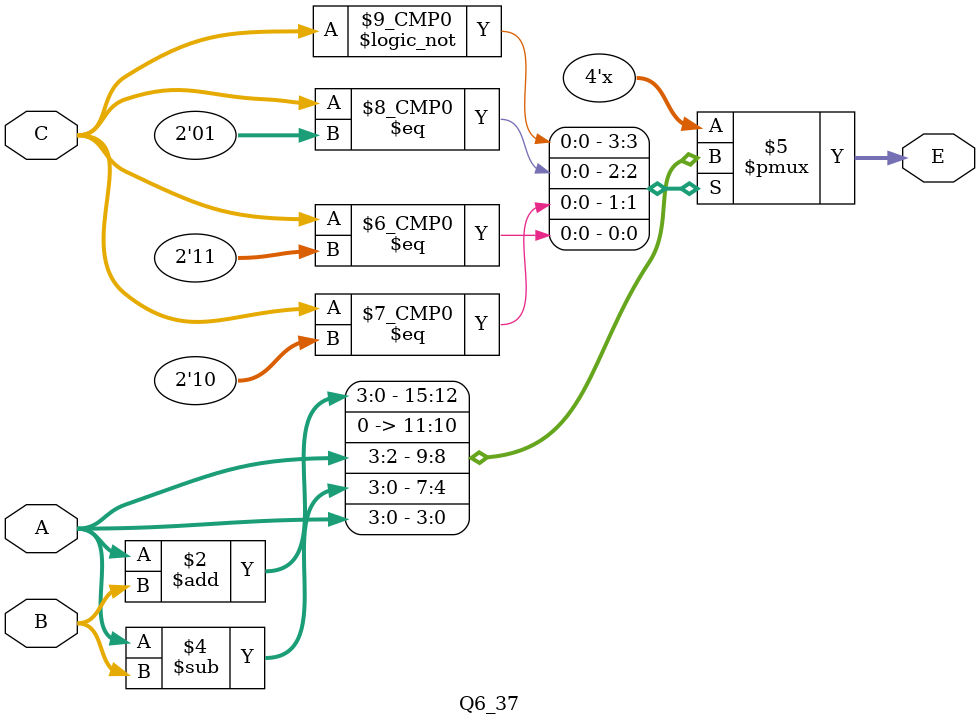
<source format=v>
/* 
module Q6_37
(
	input clk,
	input A_3,
	output B_0
);



reg [3:0] A, B;

assign B_0 = B[0];

always @(posedge clk)
begin
	
	A <= {A[3], A[3:1]};
	B <= {A[0], B[3:1]};
end

endmodule
*/

//(b)

/*
module Q6_37
(
	input [1:0] C,
	output[1:0] D_out
);

reg [1:0] D;

assign D_out = D;

always @(C)
begin
//D = 0;
	case(C)
	0: D = 2'b11;
	1: D = 2'b10;
	2: D = 2'b00;
	default: 
	begin
	end
	endcase
end

endmodule
*/

//(c)
module Q6_37
(
	input [1:0] C,
	input [3:0] A,B,
	output reg [3:0] E
);

always @(C)
begin

	case(C)
	0: E = A+B;
	1: E = A >>> 2;
	2: E = A-B;
	3: E = A;
	endcase
end

endmodule


</source>
